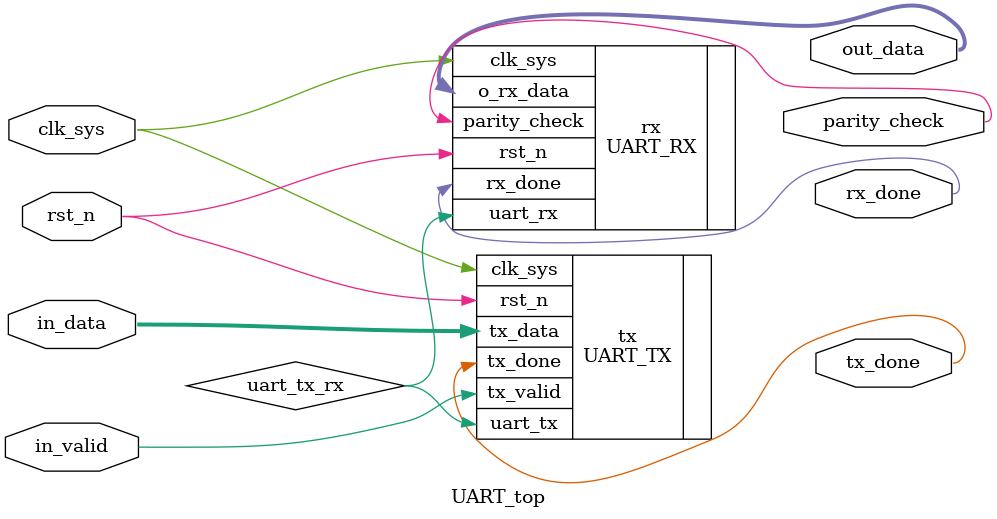
<source format=v>
`include "UART_TX.v"
`include "UART_RX.v"
/*-----------------------------------------------------------------------
    Module Name:    UART_top
    Created Time:   2023.11.9
    Remark:         UART: Universal Asynchronous Receiver/Transmitter
-----------------------------------------------------------------------*/

module UART_top
#(
    parameter DATA_WIDTH = 8,    // valid data width, in default 8 bit
    parameter CLK_FREQ = 50,     // clock frequency, in default 50MHz
    parameter BPS = 9600,        // baud rate, 9600、14400、19200、38400、57600、115200
    parameter PARITY_ON = 0,     // 0: no parity check bit, 1: with parity check bit
    parameter PARITY_TYPE = 0    // 0: even check, 1: odd check 
)
(
    input clk_sys,
    input rst_n,
    input in_valid,
    input [DATA_WIDTH-1 : 0] in_data,
    output tx_done,
    output rx_done,
    output parity_check,
    output [DATA_WIDTH-1 : 0] out_data
);

wire uart_tx_rx;

UART_TX #(.DATA_WIDTH(DATA_WIDTH), .CLK_FREQ(CLK_FREQ), .BPS(BPS), .PARITY_ON(PARITY_ON), .PARITY_TYPE(PARITY_TYPE))
tx(.clk_sys(clk_sys), .rst_n(rst_n), .tx_valid(in_valid), .tx_data(in_data), .tx_done(tx_done), .uart_tx(uart_tx_rx));

UART_RX #(.DATA_WIDTH(DATA_WIDTH), .CLK_FREQ(CLK_FREQ), .BPS(BPS), .PARITY_ON(PARITY_ON), .PARITY_TYPE(PARITY_TYPE))
rx(.clk_sys(clk_sys), .rst_n(rst_n), .uart_rx(uart_tx_rx), .o_rx_data(out_data), .parity_check(parity_check), .rx_done(rx_done));
    
endmodule
</source>
